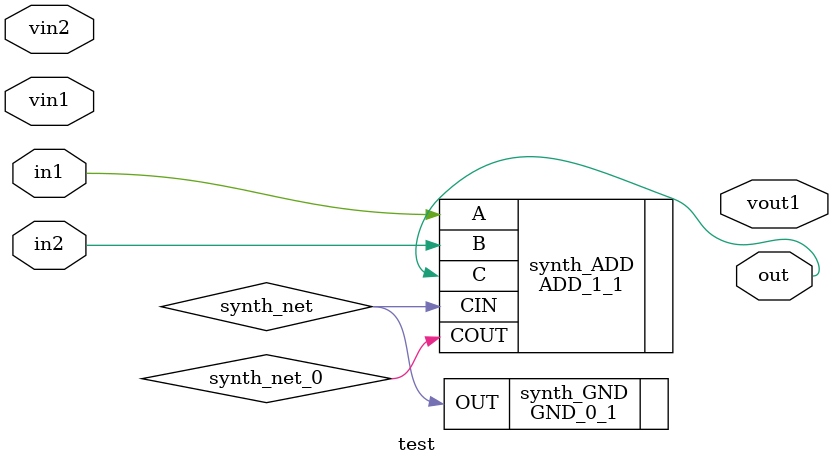
<source format=v>
module test(out, in1, in2, vin1, vin2, vout1);

output wire out;
input wire in1;
input wire in2;
input wire [1:0]vin1;
input wire [2:0]vin2;
output wire [3:0]vout1;
wire synth_net;
wire synth_net_0;
wire synth_net_2;
wire synth_net_3;
wire synth_net_4;
wire synth_net_5;
wire synth_net_6;
GND_0_1 synth_GND(.OUT(synth_net));
ADD_1_1 synth_ADD(.COUT(synth_net_0), .C(out), .A(in1), .B(in2), .CIN(synth_net)
);
GND_0_1 synth_GND_0(.OUT(synth_net_2));
GND_0_1 synth_GND_1(.OUT(synth_net_3));
GND_0_1 synth_GND_2(.OUT(synth_net_4));
GND_0_1 synth_GND_3(.OUT(synth_net_5));
ADD_4_4 synth_ADD_0(.COUT(synth_net_6), .C(
    {synth_net_7, synth_net_8, synth_net_9, synth_net_10}), .A(
    {synth_net_2, synth_net_3, vin1[1], vin1[0]}), .B(
    {synth_net_4, vin2[2], vin2[1], vin2[0]}), .CIN(synth_net_5));
endmodule

</source>
